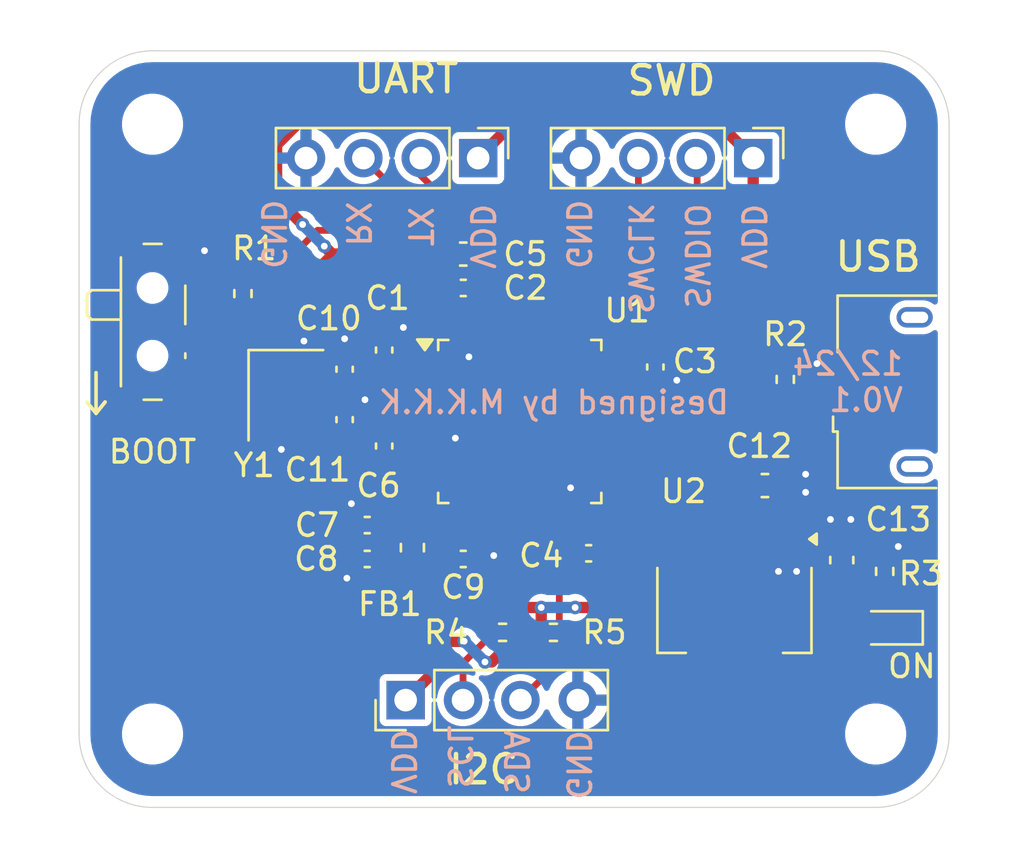
<source format=kicad_pcb>
(kicad_pcb (version 20240108) (generator "pcbnew") (generator_version "8.0")
  (layers (0 "F.Cu" signal) (31 "B.Cu" power) (34 "B.Paste" user) (35 "F.Paste" user) (36 "B.SilkS" user "B.Silkscreen") (37 "F.SilkS" user "F.Silkscreen") (38 "B.Mask" user) (39 "F.Mask" user) (44 "Edge.Cuts" user))
  (net 0 "")
  (net 1 "GND")
  (net 2 "+3.3V")
  (net 3 "+3.3VA")
  (net 4 "/NRST")
  (net 5 "/HSE_IN")
  (net 6 "/HSE_OUT")
  (net 7 "VBUS")
  (net 8 "/PWR_LED_K")
  (net 15 "/USB_D-")
  (net 16 "/USB_D+")
  (net 18 "/SWCLK")
  (net 19 "/SWDIO")
  (net 20 "/USART1_TX")
  (net 21 "/USART1_RX")
  (net 22 "/I2C_SCL")
  (net 23 "/I2C_SDA")
  (net 24 "/SW_BOOT0")
  (net 25 "/BOOT0")
  (footprint "Connector_PinHeader_2.54mm:PinHeader_1x04_P2.54mm_Vertical" (layer "F.Cu") (at 91.2 73 90)
    (property "Reference" "I2C" (hide yes))
    (property "Value" "Conn_01x04_Pin")
    (pad "1" thru_hole rect (at 0 0 90) (size 1.7 1.7) (drill 1) (layers "*.Cu" "*.Mask") (net 2 "+3.3V"))
    (pad "2" thru_hole oval (at 0 2.54 90) (size 1.7 1.7) (drill 1) (layers "*.Cu" "*.Mask") (net 22 "/I2C_SCL"))
    (pad "3" thru_hole oval (at 0 5.08 90) (size 1.7 1.7) (drill 1) (layers "*.Cu" "*.Mask") (net 23 "/I2C_SDA"))
    (pad "4" thru_hole oval (at 0 7.62 90) (size 1.7 1.7) (drill 1) (layers "*.Cu" "*.Mask") (net 1 "GND"))
  )
  (footprint "Capacitor_SMD:C_0402_1005Metric" (layer "F.Cu") (at 102.25 58.25 -90)
    (property "Reference" "C3" (at -0.25 -1.75 180) (layer "F.SilkS") (effects (font (thickness 0.153))))
    (property "Value" "100n")
    (pad "1" smd roundrect (at -0.48 0 270) (size 0.56 0.62) (layers "F.Cu" "F.Paste" "F.Mask") (net 2 "+3.3V"))
    (pad "2" smd roundrect (at 0.48 0 270) (size 0.56 0.62) (layers "F.Cu" "F.Paste" "F.Mask") (net 1 "GND"))
  )
  (footprint "Button_Switch_SMD:SW_SPDT_PCM12" (layer "F.Cu") (at 80.33 56.25 -90)
    (property "Reference" "BOOT" (at 5.75 0.33 0) (layer "F.SilkS") (effects (font (thickness 0.153))))
    (property "Value" "SW_SPDT")
    (pad "" smd rect (at -3.65 -0.78 270) (size 1 0.8) (layers "F.Cu" "F.Paste" "F.Mask"))
    (pad "" smd rect (at -3.65 1.43 270) (size 1 0.8) (layers "F.Cu" "F.Paste" "F.Mask"))
    (pad "" np_thru_hole circle (at -1.5 0.33 270) (size 0.9 0.9) (drill 0.9) (layers "*.Cu" "*.Mask"))
    (pad "" np_thru_hole circle (at 1.5 0.33 270) (size 0.9 0.9) (drill 0.9) (layers "*.Cu" "*.Mask"))
    (pad "" smd rect (at 3.65 -0.78 270) (size 1 0.8) (layers "F.Cu" "F.Paste" "F.Mask"))
    (pad "" smd rect (at 3.65 1.43 270) (size 1 0.8) (layers "F.Cu" "F.Paste" "F.Mask"))
    (pad "1" smd rect (at -2.25 -1.43 270) (size 0.7 1.5) (layers "F.Cu" "F.Paste" "F.Mask") (net 1 "GND"))
    (pad "2" smd rect (at 0.75 -1.43 270) (size 0.7 1.5) (layers "F.Cu" "F.Paste" "F.Mask") (net 24 "/SW_BOOT0"))
    (pad "3" smd rect (at 2.25 -1.43 270) (size 0.7 1.5) (layers "F.Cu" "F.Paste" "F.Mask") (net 2 "+3.3V"))
  )
  (footprint "MountingHole:MountingHole_2.2mm_M2" (layer "F.Cu") (at 80 47.5)
    (property "Reference" "H2" (hide yes))
    (property "Value" "MountingHole")
    (pad "" np_thru_hole circle (at 0 0) (size 2.2 2.2) (drill 2.2) (layers "*.Cu" "*.Mask"))
  )
  (footprint "Capacitor_SMD:C_0402_1005Metric" (layer "F.Cu") (at 90.25 57.5 90)
    (property "Reference" "C1" (at 2.3 0.15 0) (layer "F.SilkS") (effects (font (thickness 0.153))))
    (property "Value" "100n")
    (pad "1" smd roundrect (at -0.48 0 90) (size 0.56 0.62) (layers "F.Cu" "F.Paste" "F.Mask") (net 2 "+3.3V"))
    (pad "2" smd roundrect (at 0.48 0 90) (size 0.56 0.62) (layers "F.Cu" "F.Paste" "F.Mask") (net 1 "GND"))
  )
  (footprint "Capacitor_SMD:C_0402_1005Metric" (layer "F.Cu") (at 93.75 54.75)
    (property "Reference" "C2" (at 2.75 0 0) (layer "F.SilkS") (effects (font (thickness 0.153))))
    (property "Value" "100n")
    (pad "1" smd roundrect (at -0.48 0) (size 0.56 0.62) (layers "F.Cu" "F.Paste" "F.Mask") (net 2 "+3.3V"))
    (pad "2" smd roundrect (at 0.48 0) (size 0.56 0.62) (layers "F.Cu" "F.Paste" "F.Mask") (net 1 "GND"))
  )
  (footprint "LED_SMD:LED_0603_1608Metric" (layer "F.Cu") (at 112.6 69.8 180)
    (property "Reference" "ON" (at -1 -1.7 0) (layer "F.SilkS") (effects (font (thickness 0.153))))
    (property "Value" "GREEN")
    (pad "1" smd roundrect (at -0.7875 0 180) (size 0.875 0.95) (layers "F.Cu" "F.Paste" "F.Mask") (net 8 "/PWR_LED_K"))
    (pad "2" smd roundrect (at 0.7875 0 180) (size 0.875 0.95) (layers "F.Cu" "F.Paste" "F.Mask") (net 2 "+3.3V"))
  )
  (footprint "Capacitor_SMD:C_0603_1608Metric" (layer "F.Cu") (at 93.75 53.25)
    (property "Reference" "C5" (at 2.75 0 0) (layer "F.SilkS") (effects (font (thickness 0.153))))
    (property "Value" "10u")
    (pad "1" smd roundrect (at -0.775 0) (size 0.9 0.95) (layers "F.Cu" "F.Paste" "F.Mask") (net 2 "+3.3V"))
    (pad "2" smd roundrect (at 0.775 0) (size 0.9 0.95) (layers "F.Cu" "F.Paste" "F.Mask") (net 1 "GND"))
  )
  (footprint "Inductor_SMD:L_0603_1608Metric" (layer "F.Cu") (at 91.5 66.25 -90)
    (property "Reference" "FB1" (at 2.5 1 180) (layer "F.SilkS") (effects (font (thickness 0.153))))
    (property "Value" "120R")
    (pad "1" smd roundrect (at -0.7875 0 270) (size 0.875 0.95) (layers "F.Cu" "F.Paste" "F.Mask") (net 3 "+3.3VA"))
    (pad "2" smd roundrect (at 0.7875 0 270) (size 0.875 0.95) (layers "F.Cu" "F.Paste" "F.Mask") (net 2 "+3.3V"))
  )
  (footprint "Capacitor_SMD:C_0402_1005Metric" (layer "F.Cu") (at 93.75 66.75 180)
    (property "Reference" "C9" (at 0 -1.25 180) (layer "F.SilkS") (effects (font (thickness 0.153))))
    (property "Value" "100n")
    (pad "1" smd roundrect (at -0.48 0 180) (size 0.56 0.62) (layers "F.Cu" "F.Paste" "F.Mask") (net 1 "GND"))
    (pad "2" smd roundrect (at 0.48 0 180) (size 0.56 0.62) (layers "F.Cu" "F.Paste" "F.Mask") (net 4 "/NRST"))
  )
  (footprint "Capacitor_SMD:C_0603_1608Metric" (layer "F.Cu") (at 110.5 66.8 90)
    (property "Reference" "C13" (at 1.8 2.5 0) (layer "F.SilkS") (effects (font (thickness 0.153))))
    (property "Value" "10u")
    (pad "1" smd roundrect (at -0.775 0 90) (size 0.9 0.95) (layers "F.Cu" "F.Paste" "F.Mask") (net 2 "+3.3V"))
    (pad "2" smd roundrect (at 0.775 0 90) (size 0.9 0.95) (layers "F.Cu" "F.Paste" "F.Mask") (net 1 "GND"))
  )
  (footprint "Capacitor_SMD:C_0402_1005Metric" (layer "F.Cu") (at 88.5 58.35 90)
    (property "Reference" "C10" (at 2.25 -0.7 0) (layer "F.SilkS") (effects (font (thickness 0.153))))
    (property "Value" "10p")
    (pad "1" smd roundrect (at -0.48 0 90) (size 0.56 0.62) (layers "F.Cu" "F.Paste" "F.Mask") (net 5 "/HSE_IN"))
    (pad "2" smd roundrect (at 0.48 0 90) (size 0.56 0.62) (layers "F.Cu" "F.Paste" "F.Mask") (net 1 "GND"))
  )
  (footprint "Connector_PinHeader_2.54mm:PinHeader_1x04_P2.54mm_Vertical" (layer "F.Cu") (at 94.41 49 -90)
    (property "Reference" "UART" (hide yes))
    (property "Value" "Conn_01x04_Pin")
    (pad "1" thru_hole rect (at 0 0 270) (size 1.7 1.7) (drill 1) (layers "*.Cu" "*.Mask") (net 2 "+3.3V"))
    (pad "2" thru_hole oval (at 0 2.54 270) (size 1.7 1.7) (drill 1) (layers "*.Cu" "*.Mask") (net 20 "/USART1_TX"))
    (pad "3" thru_hole oval (at 0 5.08 270) (size 1.7 1.7) (drill 1) (layers "*.Cu" "*.Mask") (net 21 "/USART1_RX"))
    (pad "4" thru_hole oval (at 0 7.62 270) (size 1.7 1.7) (drill 1) (layers "*.Cu" "*.Mask") (net 1 "GND"))
  )
  (footprint "Connector_USB:USB_Micro-B_Amphenol_10118193-0001LF_Horizontal" (layer "F.Cu") (at 113.725 59.35 90)
    (property "Reference" "J1" (hide yes))
    (property "Value" "USB_B_Micro")
    (pad "1" smd roundrect (at -1.3 -2.675 90) (size 0.4 1.35) (layers "F.Cu" "F.Paste" "F.Mask") (net 7 "VBUS"))
    (pad "2" smd roundrect (at -0.65 -2.675 90) (size 0.4 1.35) (layers "F.Cu" "F.Paste" "F.Mask") (net 15 "/USB_D-"))
    (pad "3" smd roundrect (at 0 -2.675 90) (size 0.4 1.35) (layers "F.Cu" "F.Paste" "F.Mask") (net 16 "/USB_D+"))
    (pad "4" smd roundrect (at 0.65 -2.675 90) (size 0.4 1.35) (layers "F.Cu" "F.Paste" "F.Mask"))
    (pad "5" smd roundrect (at 1.3 -2.675 90) (size 0.4 1.35) (layers "F.Cu" "F.Paste" "F.Mask") (net 1 "GND"))
    (pad "6" thru_hole oval (at -3.3 0 180) (size 1.6 0.9) (drill oval 1.2 0.5) (layers "*.Cu" "*.Mask" "F.Paste"))
    (pad "6" smd roundrect (at -3.2 -2.45 90) (size 1.6 1.4) (layers "F.Cu" "F.Paste" "F.Mask") (roundrect_rratio 0.1785714286))
    (pad "6" smd roundrect (at -1.2 0 90) (size 1.9 1.9) (layers "F.Cu" "F.Paste" "F.Mask") (roundrect_rratio 0.1315789474))
    (pad "6" smd roundrect (at 1.2 0 90) (size 1.9 1.9) (layers "F.Cu" "F.Paste" "F.Mask") (roundrect_rratio 0.1315789474))
    (pad "6" smd roundrect (at 3.2 -2.45 90) (size 1.6 1.4) (layers "F.Cu" "F.Paste" "F.Mask") (roundrect_rratio 0.1785714286))
    (pad "6" thru_hole oval (at 3.3 0 180) (size 1.6 0.9) (drill oval 1.2 0.5) (layers "*.Cu" "*.Mask" "F.Paste"))
  )
  (footprint "Capacitor_SMD:C_0402_1005Metric" (layer "F.Cu") (at 88.5 60.58 90)
    (property "Reference" "C11" (at -2.22 -1.2 0) (layer "F.SilkS") (effects (font (thickness 0.153))))
    (property "Value" "10p")
    (pad "1" smd roundrect (at -0.48 0 90) (size 0.56 0.62) (layers "F.Cu" "F.Paste" "F.Mask") (net 6 "/HSE_OUT"))
    (pad "2" smd roundrect (at 0.48 0 90) (size 0.56 0.62) (layers "F.Cu" "F.Paste" "F.Mask") (net 1 "GND"))
  )
  (footprint "Package_TO_SOT_SMD:SOT-223-3_TabPin2" (layer "F.Cu") (at 105.75 69 -90)
    (property "Reference" "U2" (at -5.25 2.25 180) (layer "F.SilkS") (effects (font (thickness 0.153))))
    (property "Value" "AMS1117-3.3")
    (pad "1" smd roundrect (at -3.15 -2.3 270) (size 2 1.5) (layers "F.Cu" "F.Paste" "F.Mask") (net 1 "GND"))
    (pad "2" smd roundrect (at -3.15 0 270) (size 2 1.5) (layers "F.Cu" "F.Paste" "F.Mask") (net 2 "+3.3V"))
    (pad "2" smd roundrect (at 3.15 0 270) (size 2 3.8) (layers "F.Cu" "F.Paste" "F.Mask") (net 2 "+3.3V"))
    (pad "3" smd roundrect (at -3.15 2.3 270) (size 2 1.5) (layers "F.Cu" "F.Paste" "F.Mask") (net 7 "VBUS"))
  )
  (footprint "MountingHole:MountingHole_2.2mm_M2" (layer "F.Cu") (at 80 74.5)
    (property "Reference" "H3" (hide yes))
    (property "Value" "MountingHole")
    (pad "" np_thru_hole circle (at 0 0) (size 2.2 2.2) (drill 2.2) (layers "*.Cu" "*.Mask"))
  )
  (footprint "Resistor_SMD:R_0402_1005Metric" (layer "F.Cu") (at 95.49 70 180)
    (property "Reference" "R4" (at 2.5 0 180) (layer "F.SilkS") (effects (font (thickness 0.153))))
    (property "Value" "2k2")
    (pad "1" smd roundrect (at -0.51 0 180) (size 0.54 0.64) (layers "F.Cu" "F.Paste" "F.Mask") (net 2 "+3.3V"))
    (pad "2" smd roundrect (at 0.51 0 180) (size 0.54 0.64) (layers "F.Cu" "F.Paste" "F.Mask") (net 22 "/I2C_SCL"))
  )
  (footprint "Connector_PinHeader_2.54mm:PinHeader_1x04_P2.54mm_Vertical" (layer "F.Cu") (at 106.58 49 -90)
    (property "Reference" "DEBUG" (hide yes))
    (property "Value" "Conn_01x04_Pin")
    (pad "1" thru_hole rect (at 0 0 270) (size 1.7 1.7) (drill 1) (layers "*.Cu" "*.Mask") (net 2 "+3.3V"))
    (pad "2" thru_hole oval (at 0 2.54 270) (size 1.7 1.7) (drill 1) (layers "*.Cu" "*.Mask") (net 19 "/SWDIO"))
    (pad "3" thru_hole oval (at 0 5.08 270) (size 1.7 1.7) (drill 1) (layers "*.Cu" "*.Mask") (net 18 "/SWCLK"))
    (pad "4" thru_hole oval (at 0 7.62 270) (size 1.7 1.7) (drill 1) (layers "*.Cu" "*.Mask") (net 1 "GND"))
  )
  (footprint "Capacitor_SMD:C_0603_1608Metric" (layer "F.Cu") (at 107.1 63.5)
    (property "Reference" "C12" (at -0.25 -1.75 0) (layer "F.SilkS") (effects (font (thickness 0.153))))
    (property "Value" "10u")
    (pad "1" smd roundrect (at -0.775 0) (size 0.9 0.95) (layers "F.Cu" "F.Paste" "F.Mask") (net 7 "VBUS"))
    (pad "2" smd roundrect (at 0.775 0) (size 0.9 0.95) (layers "F.Cu" "F.Paste" "F.Mask") (net 1 "GND"))
  )
  (footprint "Capacitor_SMD:C_0402_1005Metric" (layer "F.Cu") (at 99.3 66.5 180)
    (property "Reference" "C4" (at 2.1 -0.1 180) (layer "F.SilkS") (effects (font (thickness 0.153))))
    (property "Value" "100n")
    (pad "1" smd roundrect (at -0.48 0 180) (size 0.56 0.62) (layers "F.Cu" "F.Paste" "F.Mask") (net 2 "+3.3V"))
    (pad "2" smd roundrect (at 0.48 0 180) (size 0.56 0.62) (layers "F.Cu" "F.Paste" "F.Mask") (net 1 "GND"))
  )
  (footprint "Crystal:Crystal_SMD_3225-4Pin_3.2x2.5mm" (layer "F.Cu") (at 85.9 59.5 -90)
    (property "Reference" "Y1" (at 3.1 1.4 180) (layer "F.SilkS") (effects (font (thickness 0.153))))
    (property "Value" "16MHz")
    (pad "1" smd rect (at -1.1 0.85 270) (size 1.4 1.2) (layers "F.Cu" "F.Paste" "F.Mask") (net 5 "/HSE_IN"))
    (pad "2" smd rect (at 1.1 0.85 270) (size 1.4 1.2) (layers "F.Cu" "F.Paste" "F.Mask") (net 1 "GND"))
    (pad "3" smd rect (at 1.1 -0.85 270) (size 1.4 1.2) (layers "F.Cu" "F.Paste" "F.Mask") (net 6 "/HSE_OUT"))
    (pad "4" smd rect (at -1.1 -0.85 270) (size 1.4 1.2) (layers "F.Cu" "F.Paste" "F.Mask") (net 1 "GND"))
  )
  (footprint "Resistor_SMD:R_0402_1005Metric" (layer "F.Cu") (at 108 58.8 -90)
    (property "Reference" "R2" (at -2 0 180) (layer "F.SilkS") (effects (font (thickness 0.153))))
    (property "Value" "1k5")
    (pad "1" smd roundrect (at -0.51 0 270) (size 0.54 0.64) (layers "F.Cu" "F.Paste" "F.Mask") (net 2 "+3.3V"))
    (pad "2" smd roundrect (at 0.51 0 270) (size 0.54 0.64) (layers "F.Cu" "F.Paste" "F.Mask") (net 16 "/USB_D+"))
  )
  (footprint "Resistor_SMD:R_0402_1005Metric" (layer "F.Cu") (at 112.4 67.3 90)
    (property "Reference" "R3" (at -0.1 1.6 0) (layer "F.SilkS") (effects (font (thickness 0.153))))
    (property "Value" "1k5")
    (pad "1" smd roundrect (at -0.51 0 90) (size 0.54 0.64) (layers "F.Cu" "F.Paste" "F.Mask") (net 8 "/PWR_LED_K"))
    (pad "2" smd roundrect (at 0.51 0 90) (size 0.54 0.64) (layers "F.Cu" "F.Paste" "F.Mask") (net 1 "GND"))
  )
  (footprint "Resistor_SMD:R_0402_1005Metric" (layer "F.Cu") (at 97.74 70)
    (property "Reference" "R5" (at 2.26 0 0) (layer "F.SilkS") (effects (font (thickness 0.153))))
    (property "Value" "2k2")
    (pad "1" smd roundrect (at -0.51 0) (size 0.54 0.64) (layers "F.Cu" "F.Paste" "F.Mask") (net 2 "+3.3V"))
    (pad "2" smd roundrect (at 0.51 0) (size 0.54 0.64) (layers "F.Cu" "F.Paste" "F.Mask") (net 23 "/I2C_SDA"))
  )
  (footprint "MountingHole:MountingHole_2.2mm_M2" (layer "F.Cu") (at 112 47.5)
    (property "Reference" "H1" (hide yes))
    (property "Value" "MountingHole")
    (pad "" np_thru_hole circle (at 0 0) (size 2.2 2.2) (drill 2.2) (layers "*.Cu" "*.Mask"))
  )
  (footprint "MountingHole:MountingHole_2.2mm_M2" (layer "F.Cu") (at 112 74.5)
    (property "Reference" "H4" (hide yes))
    (property "Value" "MountingHole")
    (pad "" np_thru_hole circle (at 0 0) (size 2.2 2.2) (drill 2.2) (layers "*.Cu" "*.Mask"))
  )
  (footprint "Capacitor_SMD:C_0402_1005Metric" (layer "F.Cu") (at 89.5 66.75 180)
    (property "Reference" "C8" (at 2.25 0 0) (layer "F.SilkS") (effects (font (thickness 0.153))))
    (property "Value" "1u")
    (pad "1" smd roundrect (at -0.48 0 180) (size 0.56 0.62) (layers "F.Cu" "F.Paste" "F.Mask") (net 2 "+3.3V"))
    (pad "2" smd roundrect (at 0.48 0 180) (size 0.56 0.62) (layers "F.Cu" "F.Paste" "F.Mask") (net 1 "GND"))
  )
  (footprint "Resistor_SMD:R_0402_1005Metric" (layer "F.Cu") (at 84 55 90)
    (property "Reference" "R1" (at 2 0.5 0) (layer "F.SilkS") (effects (font (thickness 0.153))))
    (property "Value" "10k")
    (pad "1" smd roundrect (at -0.51 0 90) (size 0.54 0.64) (layers "F.Cu" "F.Paste" "F.Mask") (net 24 "/SW_BOOT0"))
    (pad "2" smd roundrect (at 0.51 0 90) (size 0.54 0.64) (layers "F.Cu" "F.Paste" "F.Mask") (net 25 "/BOOT0"))
  )
  (footprint "Capacitor_SMD:C_0402_1005Metric" (layer "F.Cu") (at 89.5 65.25 180)
    (property "Reference" "C7" (at 2.23 0 0) (layer "F.SilkS") (effects (font (thickness 0.153))))
    (property "Value" "1u")
    (pad "1" smd roundrect (at -0.48 0 180) (size 0.56 0.62) (layers "F.Cu" "F.Paste" "F.Mask") (net 3 "+3.3VA"))
    (pad "2" smd roundrect (at 0.48 0 180) (size 0.56 0.62) (layers "F.Cu" "F.Paste" "F.Mask") (net 1 "GND"))
  )
  (footprint "Capacitor_SMD:C_0402_1005Metric" (layer "F.Cu") (at 90.25 61.75 90)
    (property "Reference" "C6" (at -1.75 -0.25 0) (layer "F.SilkS") (effects (font (thickness 0.153))))
    (property "Value" "10n")
    (pad "1" smd roundrect (at -0.48 0 90) (size 0.56 0.62) (layers "F.Cu" "F.Paste" "F.Mask") (net 3 "+3.3VA"))
    (pad "2" smd roundrect (at 0.48 0 90) (size 0.56 0.62) (layers "F.Cu" "F.Paste" "F.Mask") (net 1 "GND"))
  )
  (footprint "Package_QFP:LQFP-48_7x7mm_P0.5mm" (layer "F.Cu") (at 96.25 60.6625)
    (property "Reference" "U1" (at 4.75 -4.9125 0) (layer "F.SilkS") (effects (font (thickness 0.153))))
    (property "Value" "STM32F103C8T6")
    (pad "1" smd roundrect (at -4.1625 -2.75) (size 1.475 0.3) (layers "F.Cu" "F.Paste" "F.Mask") (net 2 "+3.3V"))
    (pad "2" smd roundrect (at -4.1625 -2.25) (size 1.475 0.3) (layers "F.Cu" "F.Paste" "F.Mask"))
    (pad "3" smd roundrect (at -4.1625 -1.75) (size 1.475 0.3) (layers "F.Cu" "F.Paste" "F.Mask"))
    (pad "4" smd roundrect (at -4.1625 -1.25) (size 1.475 0.3) (layers "F.Cu" "F.Paste" "F.Mask"))
    (pad "5" smd roundrect (at -4.1625 -0.75) (size 1.475 0.3) (layers "F.Cu" "F.Paste" "F.Mask") (net 5 "/HSE_IN"))
    (pad "6" smd roundrect (at -4.1625 -0.25) (size 1.475 0.3) (layers "F.Cu" "F.Paste" "F.Mask") (net 6 "/HSE_OUT"))
    (pad "7" smd roundrect (at -4.1625 0.25) (size 1.475 0.3) (layers "F.Cu" "F.Paste" "F.Mask") (net 4 "/NRST"))
    (pad "8" smd roundrect (at -4.1625 0.75) (size 1.475 0.3) (layers "F.Cu" "F.Paste" "F.Mask") (net 1 "GND"))
    (pad "9" smd roundrect (at -4.1625 1.25) (size 1.475 0.3) (layers "F.Cu" "F.Paste" "F.Mask") (net 3 "+3.3VA"))
    (pad "10" smd roundrect (at -4.1625 1.75) (size 1.475 0.3) (layers "F.Cu" "F.Paste" "F.Mask"))
    (pad "11" smd roundrect (at -4.1625 2.25) (size 1.475 0.3) (layers "F.Cu" "F.Paste" "F.Mask"))
    (pad "12" smd roundrect (at -4.1625 2.75) (size 1.475 0.3) (layers "F.Cu" "F.Paste" "F.Mask"))
    (pad "13" smd roundrect (at -2.75 4.1625) (size 0.3 1.475) (layers "F.Cu" "F.Paste" "F.Mask"))
    (pad "14" smd roundrect (at -2.25 4.1625) (size 0.3 1.475) (layers "F.Cu" "F.Paste" "F.Mask"))
    (pad "15" smd roundrect (at -1.75 4.1625) (size 0.3 1.475) (layers "F.Cu" "F.Paste" "F.Mask"))
    (pad "16" smd roundrect (at -1.25 4.1625) (size 0.3 1.475) (layers "F.Cu" "F.Paste" "F.Mask"))
    (pad "17" smd roundrect (at -0.75 4.1625) (size 0.3 1.475) (layers "F.Cu" "F.Paste" "F.Mask"))
    (pad "18" smd roundrect (at -0.25 4.1625) (size 0.3 1.475) (layers "F.Cu" "F.Paste" "F.Mask"))
    (pad "19" smd roundrect (at 0.25 4.1625) (size 0.3 1.475) (layers "F.Cu" "F.Paste" "F.Mask"))
    (pad "20" smd roundrect (at 0.75 4.1625) (size 0.3 1.475) (layers "F.Cu" "F.Paste" "F.Mask"))
    (pad "21" smd roundrect (at 1.25 4.1625) (size 0.3 1.475) (layers "F.Cu" "F.Paste" "F.Mask") (net 22 "/I2C_SCL"))
    (pad "22" smd roundrect (at 1.75 4.1625) (size 0.3 1.475) (layers "F.Cu" "F.Paste" "F.Mask") (net 23 "/I2C_SDA"))
    (pad "23" smd roundrect (at 2.25 4.1625) (size 0.3 1.475) (layers "F.Cu" "F.Paste" "F.Mask") (net 1 "GND"))
    (pad "24" smd roundrect (at 2.75 4.1625) (size 0.3 1.475) (layers "F.Cu" "F.Paste" "F.Mask") (net 2 "+3.3V"))
    (pad "25" smd roundrect (at 4.1625 2.75) (size 1.475 0.3) (layers "F.Cu" "F.Paste" "F.Mask"))
    (pad "26" smd roundrect (at 4.1625 2.25) (size 1.475 0.3) (layers "F.Cu" "F.Paste" "F.Mask"))
    (pad "27" smd roundrect (at 4.1625 1.75) (size 1.475 0.3) (layers "F.Cu" "F.Paste" "F.Mask"))
    (pad "28" smd roundrect (at 4.1625 1.25) (size 1.475 0.3) (layers "F.Cu" "F.Paste" "F.Mask"))
    (pad "29" smd roundrect (at 4.1625 0.75) (size 1.475 0.3) (layers "F.Cu" "F.Paste" "F.Mask"))
    (pad "30" smd roundrect (at 4.1625 0.25) (size 1.475 0.3) (layers "F.Cu" "F.Paste" "F.Mask"))
    (pad "31" smd roundrect (at 4.1625 -0.25) (size 1.475 0.3) (layers "F.Cu" "F.Paste" "F.Mask"))
    (pad "32" smd roundrect (at 4.1625 -0.75) (size 1.475 0.3) (layers "F.Cu" "F.Paste" "F.Mask") (net 15 "/USB_D-"))
    (pad "33" smd roundrect (at 4.1625 -1.25) (size 1.475 0.3) (layers "F.Cu" "F.Paste" "F.Mask") (net 16 "/USB_D+"))
    (pad "34" smd roundrect (at 4.1625 -1.75) (size 1.475 0.3) (layers "F.Cu" "F.Paste" "F.Mask") (net 19 "/SWDIO"))
    (pad "35" smd roundrect (at 4.1625 -2.25) (size 1.475 0.3) (layers "F.Cu" "F.Paste" "F.Mask") (net 1 "GND"))
    (pad "36" smd roundrect (at 4.1625 -2.75) (size 1.475 0.3) (layers "F.Cu" "F.Paste" "F.Mask") (net 2 "+3.3V"))
    (pad "37" smd roundrect (at 2.75 -4.1625) (size 0.3 1.475) (layers "F.Cu" "F.Paste" "F.Mask") (net 18 "/SWCLK"))
    (pad "38" smd roundrect (at 2.25 -4.1625) (size 0.3 1.475) (layers "F.Cu" "F.Paste" "F.Mask"))
    (pad "39" smd roundrect (at 1.75 -4.1625) (size 0.3 1.475) (layers "F.Cu" "F.Paste" "F.Mask"))
    (pad "40" smd roundrect (at 1.25 -4.1625) (size 0.3 1.475) (layers "F.Cu" "F.Paste" "F.Mask"))
    (pad "41" smd roundrect (at 0.75 -4.1625) (size 0.3 1.475) (layers "F.Cu" "F.Paste" "F.Mask"))
    (pad "42" smd roundrect (at 0.25 -4.1625) (size 0.3 1.475) (layers "F.Cu" "F.Paste" "F.Mask") (net 20 "/USART1_TX"))
    (pad "43" smd roundrect (at -0.25 -4.1625) (size 0.3 1.475) (layers "F.Cu" "F.Paste" "F.Mask") (net 21 "/USART1_RX"))
    (pad "44" smd roundrect (at -0.75 -4.1625) (size 0.3 1.475) (layers "F.Cu" "F.Paste" "F.Mask") (net 25 "/BOOT0"))
    (pad "45" smd roundrect (at -1.25 -4.1625) (size 0.3 1.475) (layers "F.Cu" "F.Paste" "F.Mask"))
    (pad "46" smd roundrect (at -1.75 -4.1625) (size 0.3 1.475) (layers "F.Cu" "F.Paste" "F.Mask"))
    (pad "47" smd roundrect (at -2.25 -4.1625) (size 0.3 1.475) (layers "F.Cu" "F.Paste" "F.Mask") (net 1 "GND"))
    (pad "48" smd roundrect (at -2.75 -4.1625) (size 0.3 1.475) (layers "F.Cu" "F.Paste" "F.Mask") (net 2 "+3.3V"))
  )
  (gr_line (start 77.9 59.8) (end 77.5 60.3) (stroke (width 0.16)) (layer "F.SilkS"))
  (gr_line (start 77.5 58.5) (end 77.5 60.3) (stroke (width 0.16)) (layer "F.SilkS"))
  (gr_line (start 77.5 60.3) (end 77.9 59.8) (stroke (width 0.16)) (layer "F.SilkS"))
  (gr_line (start 77.5 60.3) (end 77.1 59.8) (stroke (width 0.16)) (layer "F.SilkS"))
  (gr_line (start 112 44.25) (end 80 44.25) (stroke (width 0.05)) (layer "Edge.Cuts"))
  (gr_arc (start 115.25 74.5) (mid 114.298097 76.798097) (end 112 77.75) (stroke (width 0.05)) (layer "Edge.Cuts"))
  (gr_arc (start 80 77.75) (mid 77.701903 76.798097) (end 76.75 74.5) (stroke (width 0.05)) (layer "Edge.Cuts"))
  (gr_arc (start 112 44.25) (mid 114.298097 45.201903) (end 115.25 47.5) (stroke (width 0.05)) (layer "Edge.Cuts"))
  (gr_line (start 115.25 47.5) (end 115.25 74.5) (stroke (width 0.05)) (layer "Edge.Cuts"))
  (gr_arc (start 76.75 47.5) (mid 77.701903 45.201903) (end 80 44.25) (stroke (width 0.05)) (layer "Edge.Cuts"))
  (gr_line (start 112 77.75) (end 80 77.75) (stroke (width 0.05)) (layer "Edge.Cuts"))
  (gr_line (start 76.75 74.5) (end 76.75 47.5) (stroke (width 0.05)) (layer "Edge.Cuts"))
  (gr_text "VDD" (at 94 54 -90) (layer "B.SilkS") (effects (font (size 1 1) (thickness 0.16)) (justify left bottom mirror)))
  (gr_text "12/24\nV0.1" (at 113.3 60.3 0) (layer "B.SilkS") (effects (font (size 1 1) (thickness 0.16)) (justify left bottom mirror)))
  (gr_text "Designed by M.K.K.K" (at 105.6 60.4 0) (layer "B.SilkS") (effects (font (size 1 1) (thickness 0.16)) (justify left bottom mirror)))
  (gr_text "SWCLK" (at 101 56 270) (layer "B.SilkS") (effects (font (size 1 1) (thickness 0.16)) (justify left bottom mirror)))
  (gr_text "GND" (at 98.25 77.5 270) (layer "B.SilkS") (effects (font (size 1 1) (thickness 0.16)) (justify left bottom mirror)))
  (gr_text "GND" (at 84.75 54 270) (layer "B.SilkS") (effects (font (size 1 1) (thickness 0.16)) (justify left bottom mirror)))
  (gr_text "GND" (at 98.25 54 270) (layer "B.SilkS") (effects (font (size 1 1) (thickness 0.16)) (justify left bottom mirror)))
  (gr_text "VDD" (at 90.5 77.25 -90) (layer "B.SilkS") (effects (font (size 1 1) (thickness 0.16)) (justify left bottom mirror)))
  (gr_text "SWDIO" (at 103.5 55.75 270) (layer "B.SilkS") (effects (font (size 1 1) (thickness 0.16)) (justify left bottom mirror)))
  (gr_text "RX" (at 88.5 53 270) (layer "B.SilkS") (effects (font (size 1 1) (thickness 0.16)) (justify left bottom mirror)))
  (gr_text "TX" (at 91.25 53 270) (layer "B.SilkS") (effects (font (size 1 1) (thickness 0.16)) (justify left bottom mirror)))
  (gr_text "SDA" (at 95.5 77.25 270) (layer "B.SilkS") (effects (font (size 1 1) (thickness 0.16)) (justify left bottom mirror)))
  (gr_text "SCL" (at 93 77 270) (layer "B.SilkS") (effects (font (size 1 1) (thickness 0.16)) (justify left bottom mirror)))
  (gr_text "VDD" (at 106 54 -90) (layer "B.SilkS") (effects (font (size 1 1) (thickness 0.16)) (justify left bottom mirror)))
  (gr_text "UART" (at 88.8 46.2 0) (layer "F.SilkS") (effects (font (size 1.25 1.25) (thickness 0.2)) (justify left bottom)))
  (gr_text "SWD" (at 100.9 46.3 0) (layer "F.SilkS") (effects (font (size 1.25 1.25) (thickness 0.2)) (justify left bottom)))
  (gr_text "USB" (at 110.1 54.1 0) (layer "F.SilkS") (effects (font (size 1.25 1.25) (thickness 0.2)) (justify left bottom)))
  (gr_text "I2C" (at 93 76.8 0) (layer "F.SilkS") (effects (font (size 1.25 1.25) (thickness 0.2)) (justify left bottom)))
  (segment (start 82.3 53.46) (end 82.3 53.1) (width 0.5) (layer "F.Cu") (net 1))
  (segment (start 94.23 55.42938) (end 94.23 54.75) (width 0.3) (layer "F.Cu") (net 1))
  (segment (start 85.05 60.6) (end 85.05 61.25) (width 0.5) (layer "F.Cu") (net 1))
  (segment (start 100.4125 58.4125) (end 101.4125 58.4125) (width 0.3) (layer "F.Cu") (net 1))
  (segment (start 94.23 54.52) (end 94.525 54.225) (width 0.3) (layer "F.Cu") (net 1))
  (segment (start 94.525 54.225) (end 94.525 53.25) (width 0.3) (layer "F.Cu") (net 1))
  (segment (start 89.02 65.25) (end 89.02 64.52) (width 0.5) (layer "F.Cu") (net 1))
  (segment (start 89 60.1) (end 89.4 59.7) (width 0.5) (layer "F.Cu") (net 1))
  (segment (start 92.0875 61.4125) (end 93.3875 61.4125) (width 0.3) (layer "F.Cu") (net 1))
  (segment (start 112.4 66.79) (end 112.41 66.79) (width 0.5) (layer "F.Cu") (net 1))
  (segment (start 88.5 60.1) (end 89 60.1) (width 0.5) (layer "F.Cu") (net 1))
  (segment (start 103.2 58.9) (end 103.2 58.8375) (width 0.3) (layer "F.Cu") (net 1))
  (segment (start 93.3875 61.4125) (end 93.4 61.4) (width 0.3) (layer "F.Cu") (net 1))
  (segment (start 94 56.5) (end 94 55.65938) (width 0.3) (layer "F.Cu") (net 1))
  (segment (start 86.75 57.15) (end 86.7 57.1) (width 0.5) (layer "F.Cu") (net 1))
  (segment (start 109.45 58.05) (end 109.4 58.1) (width 0.5) (layer "F.Cu") (net 1))
  (segment (start 101.4125 58.4125) (end 101.73 58.73) (width 0.3) (layer "F.Cu") (net 1))
  (segment (start 94.23 66.75) (end 94.95 66.75) (width 0.5) (layer "F.Cu") (net 1))
  (segment (start 94 56.5) (end 94 57.8) (width 0.3) (layer "F.Cu") (net 1))
  (segment (start 89.02 67.18) (end 88.6 67.6) (width 0.5) (layer "F.Cu") (net 1))
  (segment (start 94.23 54.75) (end 94.23 54.52) (width 0.3) (layer "F.Cu") (net 1))
  (segment (start 91 61.4125) (end 92.0875 61.4125) (width 0.3) (layer "F.Cu") (net 1))
  (segment (start 81.76 54) (end 82.3 53.46) (width 0.5) (layer "F.Cu") (net 1))
  (segment (start 90.58 57.02) (end 91.1 56.5) (width 0.5) (layer "F.Cu") (net 1))
  (segment (start 112.41 66.79) (end 113 66.2) (width 0.5) (layer "F.Cu") (net 1))
  (segment (start 111.05 58.05) (end 109.45 58.05) (width 0.5) (layer "F.Cu") (net 1))
  (segment (start 101.73 58.73) (end 102.25 58.73) (width 0.3) (layer "F.Cu") (net 1))
  (segment (start 90.25 61.27) (end 90.8575 61.27) (width 0.3) (layer "F.Cu") (net 1))
  (segment (start 89.02 66.75) (end 89.02 67.18) (width 0.5) (layer "F.Cu") (net 1))
  (segment (start 98.82 66.12) (end 98.82 66.5) (width 0.3) (layer "F.Cu") (net 1))
  (segment (start 89.02 64.52) (end 88.8 64.3) (width 0.5) (layer "F.Cu") (net 1))
  (segment (start 103.03 58.73) (end 103.2 58.9) (width 0.3) (layer "F.Cu") (net 1))
  (segment (start 98.5 65.8) (end 98.82 66.12) (width 0.3) (layer "F.Cu") (net 1))
  (segment (start 94 55.65938) (end 94.23 55.42938) (width 0.3) (layer "F.Cu") (net 1))
  (segment (start 86.75 58.4) (end 86.75 57.15) (width 0.5) (layer "F.Cu") (net 1))
  (segment (start 94.95 66.75) (end 95.1 66.6) (width 0.5) (layer "F.Cu") (net 1))
  (segment (start 98.5 64.825) (end 98.5 63.6) (width 0.3) (layer "F.Cu") (net 1))
  (segment (start 98.5 64.825) (end 98.5 65.8) (width 0.3) (layer "F.Cu") (net 1))
  (segment (start 88.5 57.87) (end 88.5 57) (width 0.5) (layer "F.Cu") (net 1))
  (segment (start 90.8575 61.27) (end 91 61.4125) (width 0.3) (layer "F.Cu") (net 1))
  (segment (start 102.25 58.73) (end 103.03 58.73) (width 0.3) (layer "F.Cu") (net 1))
  (segment (start 85.05 61.25) (end 85.7 61.9) (width 0.5) (layer "F.Cu") (net 1))
  (segment (start 102.23 58.75) (end 102.25 58.73) (width 0.3) (layer "F.Cu") (net 1))
  (segment (start 90.25 57.02) (end 90.58 57.02) (width 0.5) (layer "F.Cu") (net 1))
  (via (at 88.5 57) (size 0.6) (drill 0.3) (layers "F.Cu" "B.Cu") (net 1))
  (via (at 94 57.8) (size 0.6) (drill 0.3) (layers "F.Cu" "B.Cu") (net 1))
  (via (at 82.3 53.1) (size 0.6) (drill 0.3) (layers "F.Cu" "B.Cu") (net 1))
  (via (at 88.8 64.3) (size 0.6) (drill 0.3) (layers "F.Cu" "B.Cu") (net 1))
  (via (at 91.1 56.5) (size 0.6) (drill 0.3) (layers "F.Cu" "B.Cu") (net 1))
  (via (at 85.7 61.9) (size 0.6) (drill 0.3) (layers "F.Cu" "B.Cu") (net 1))
  (via (at 86.7 57.1) (size 0.6) (drill 0.3) (layers "F.Cu" "B.Cu") (net 1))
  (via (at 108.9 63.8) (size 0.6) (drill 0.3) (layers "F.Cu" "B.Cu") (net 1))
  (via (at 93.4 61.4) (size 0.6) (drill 0.3) (layers "F.Cu" "B.Cu") (net 1))
  (via (at 107.7 67.3) (size 0.6) (drill 0.3) (layers "F.Cu" "B.Cu") (net 1))
  (via (at 88.6 67.6) (size 0.6) (drill 0.3) (layers "F.Cu" "B.Cu") (net 1))
  (via (at 95.1 66.6) (size 0.6) (drill 0.3) (layers "F.Cu" "B.Cu") (net 1))
  (via (at 109.4 58.1) (size 0.6) (drill 0.3) (layers "F.Cu" "B.Cu") (net 1))
  (via (at 103.2 58.8375) (size 0.6) (drill 0.3) (layers "F.Cu" "B.Cu") (net 1))
  (via (at 98.5 63.6) (size 0.6) (drill 0.3) (layers "F.Cu" "B.Cu") (net 1))
  (via (at 108.5 67.3) (size 0.6) (drill 0.3) (layers "F.Cu" "B.Cu") (net 1))
  (via (at 110 65) (size 0.6) (drill 0.3) (layers "F.Cu" "B.Cu") (net 1))
  (via (at 89.4 59.7) (size 0.6) (drill 0.3) (layers "F.Cu" "B.Cu") (net 1))
  (via (at 108.9 63) (size 0.6) (drill 0.3) (layers "F.Cu" "B.Cu") (net 1))
  (via (at 110.9 65) (size 0.6) (drill 0.3) (layers "F.Cu" "B.Cu") (net 1))
  (via (at 113 66.2) (size 0.6) (drill 0.3) (layers "F.Cu" "B.Cu") (net 1))
  (segment (start 110.5 71.6) (end 107.6 74.5) (width 0.5) (layer "F.Cu") (net 2))
  (segment (start 107.6 74.5) (end 101.9 74.5) (width 0.5) (layer "F.Cu") (net 2))
  (segment (start 106.58 49) (end 106.58 54.62) (width 0.5) (layer "F.Cu") (net 2))
  (segment (start 92 53.25) (end 92 57.8125) (width 0.5) (layer "F.Cu") (net 2))
  (segment (start 86.64038 51.94038) (end 85.49 50.79) (width 0.5) (layer "F.Cu") (net 2))
  (segment (start 88 53.25) (end 87.95 53.25) (width 0.5) (layer "F.Cu") (net 2))
  (segment (start 97.2 68.9) (end 96.4 68.9) (width 0.5) (layer "F.Cu") (net 2))
  (segment (start 88 53.25) (end 92 53.25) (width 0.5) (layer "F.Cu") (net 2))
  (segment (start 92.7 69.9) (end 88.7 69.9) (width 0.5) (layer "F.Cu") (net 2))
  (segment (start 87.95 53.25) (end 87.6 52.9) (width 0.5) (layer "F.Cu") (net 2))
  (segment (start 82 58.5) (end 81.76 58.5) (width 0.5) (layer "F.Cu") (net 2))
  (segment (start 101.1 73.7) (end 101.1 68.9) (width 0.5) (layer "F.Cu") (net 2))
  (segment (start 90.25 57.98) (end 90.3175 57.9125) (width 0.3) (layer "F.Cu") (net 2))
  (segment (start 92.8 70) (end 92.8 68.6) (width 0.5) (layer "F.Cu") (net 2))
  (segment (start 95.010379 71.30962) (end 94.70962 71.30962) (width 0.5) (layer "F.Cu") (net 2))
  (segment (start 104.48 46.9) (end 106.58 49) (width 0.5) (layer "F.Cu") (net 2))
  (segment (start 82.9 64.1) (end 82.9 59.4) (width 0.5) (layer "F.Cu") (net 2))
  (segment (start 92.8 71.5) (end 92.7 71.5) (width 0.5) (layer "F.Cu") (net 2))
  (segment (start 82.9 59.4) (end 82.9 58.35) (width 0.5) (layer "F.Cu") (net 2))
  (segment (start 96.5 46.9) (end 104.48 46.9) (width 0.5) (layer "F.Cu") (net 2))
  (segment (start 99 65.592894) (end 99.78 66.372894) (width 0.3) (layer "F.Cu") (net 2))
  (segment (start 92.8 70) (end 92.7 69.9) (width 0.5) (layer "F.Cu") (net 2))
  (segment (start 100.4125 57.9125) (end 101.2875 57.9125) (width 0.3) (layer "F.Cu") (net 2))
  (segment (start 96 69.3) (end 96 70) (width 0.5) (layer "F.Cu") (net 2))
  (segment (start 100.1 66.5) (end 99.78 66.5) (width 0.5) (layer "F.Cu") (net 2))
  (segment (start 93.5 55.5) (end 93.27 55.27) (width 0.3) (layer "F.Cu") (net 2))
  (segment (start 92.7 71.5) (end 91.2 73) (width 0.5) (layer "F.Cu") (net 2))
  (segment (start 85.49 50.79) (end 85.49 48.41) (width 0.5) (layer "F.Cu") (net 2))
  (segment (start 92.8 70.4) (end 92.8 70) (width 0.5) (layer "F.Cu") (net 2))
  (segment (start 90.3175 57.9125) (end 92.0875 57.9125) (width 0.3) (layer "F.Cu") (net 2))
  (segment (start 88.7 69.9) (end 82.9 64.1) (width 0.5) (layer "F.Cu") (net 2))
  (segment (start 92.975 54.225) (end 92.975 53.25) (width 0.3) (layer "F.Cu") (net 2))
  (segment (start 94.41 49) (end 94.41 48.99) (width 0.5) (layer "F.Cu") (net 2))
  (segment (start 97.2 69.97) (end 97.23 70) (width 0.5) (layer "F.Cu") (net 2))
  (segment (start 110.5 67.575) (end 110.5 71.6) (width 0.5) (layer "F.Cu") (net 2))
  (segment (start 82.9 58.35) (end 88 53.25) (width 0.5) (layer "F.Cu") (net 2))
  (segment (start 93.78076 70.4) (end 92.8 70.4) (width 0.5) (layer "F.Cu") (net 2))
  (segment (start 92.8 68.6) (end 91.5 67.3) (width 0.5) (layer "F.Cu") (net 2))
  (segment (start 91.5 67.3) (end 91.5 67.0375) (width 0.5) (layer "F.Cu") (net 2))
  (segment (start 99.78 66.372894) (end 99.78 66.5) (width 0.3) (layer "F.Cu") (net 2))
  (segment (start 93.5 56.5) (end 93.5 55.5) (width 0.3) (layer "F.Cu") (net 2))
  (segment (start 107.39 58.29) (end 108 58.29) (width 0.5) (layer "F.Cu") (net 2))
  (segment (start 97.2 68.9) (end 97.2 69.97) (width 0.5) (layer "F.Cu") (net 2))
  (segment (start 99 64.825) (end 99 65.592894) (width 0.3) (layer "F.Cu") (net 2))
  (segment (start 93.27 54.75) (end 93.27 54.52) (width 0.3) (layer "F.Cu") (net 2))
  (segment (start 93.27 55.27) (end 93.27 54.75) (width 0.3) (layer "F.Cu") (net 2))
  (segment (start 101.43 57.77) (end 102.25 57.77) (width 0.3) (layer "F.Cu") (net 2))
  (segment (start 110.5 67.575) (end 110.5 68.4875) (width 0.5) (layer "F.Cu") (net 2))
  (segment (start 96 70.319999) (end 96 70) (width 0.5) (layer "F.Cu") (net 2))
  (segment (start 110.5 68.4875) (end 111.8125 69.8) (width 0.5) (layer "F.Cu") (net 2))
  (segment (start 106.58 54.62) (end 106.58 57.48) (width 0.5) (layer "F.Cu") (net 2))
  (segment (start 103.43 57.77) (end 102.25 57.77) (width 0.5) (layer "F.Cu") (net 2))
  (segment (start 101.1 68.9) (end 98.7 68.9) (width 0.5) (layer "F.Cu") (net 2))
  (segment (start 101.9 74.5) (end 101.1 73.7) (width 0.5) (layer "F.Cu") (net 2))
  (segment (start 101.2875 57.9125) (end 101.43 57.77) (width 0.3) (layer "F.Cu") (net 2))
  (segment (start 85.49 48.41) (end 87 46.9) (width 0.5) (layer "F.Cu") (net 2))
  (segment (start 95.010379 71.30962) (end 96 70.319999) (width 0.5) (layer "F.Cu") (net 2))
  (segment (start 82.9 59.4) (end 82 58.5) (width 0.5) (layer "F.Cu") (net 2))
  (segment (start 92 57.8125) (end 92.0875 57.8125) (width 0.5) (layer "F.Cu") (net 2))
  (segment (start 101.1 67.5) (end 100.1 66.5) (width 0.5) (layer "F.Cu") (net 2))
  (segment (start 94.41 48.99) (end 96.5 46.9) (width 0.5) (layer "F.Cu") (net 2))
  (segment (start 106.58 54.62) (end 103.43 57.77) (width 0.5) (layer "F.Cu") (net 2))
  (segment (start 87 46.9) (end 96.5 46.9) (width 0.5) (layer "F.Cu") (net 2))
  (segment (start 92.8 71.5) (end 92.8 70.4) (width 0.5) (layer "F.Cu") (net 2))
  (segment (start 93.79038 70.39038) (end 93.78076 70.4) (width 0.5) (layer "F.Cu") (net 2))
  (segment (start 92 53.25) (end 92.975 53.25) (width 0.5) (layer "F.Cu") (net 2))
  (segment (start 90.2675 67.0375) (end 89.98 66.75) (width 0.5) (layer "F.Cu") (net 2))
  (segment (start 96.4 68.9) (end 96 69.3) (width 0.5) (layer "F.Cu") (net 2))
  (segment (start 93.27 54.52) (end 92.975 54.225) (width 0.3) (layer "F.Cu") (net 2))
  (segment (start 91.5 67.0375) (end 90.2675 67.0375) (width 0.5) (layer "F.Cu") (net 2))
  (segment (start 106.58 57.48) (end 107.39 58.29) (width 0.5) (layer "F.Cu") (net 2))
  (segment (start 101.1 68.9) (end 101.1 67.5) (width 0.5) (layer "F.Cu") (net 2))
  (via (at 98.7 68.9) (size 0.6) (drill 0.3) (layers "F.Cu" "B.Cu") (net 2))
  (via (at 87.6 52.9) (size 0.6) (drill 0.3) (layers "F.Cu" "B.Cu") (net 2))
  (via (at 86.64038 51.94038) (size 0.6) (drill 0.3) (layers "F.Cu" "B.Cu") (net 2))
  (via (at 93.79038 70.39038) (size 0.6) (drill 0.3) (layers "F.Cu" "B.Cu") (net 2))
  (via (at 97.2 68.9) (size 0.6) (drill 0.3) (layers "F.Cu" "B.Cu") (net 2))
  (via (at 94.70962 71.30962) (size 0.6) (drill 0.3) (layers "F.Cu" "B.Cu") (net 2))
  (segment (start 94.70962 71.30962) (end 93.79038 70.39038) (width 0.5) (layer "B.Cu") (net 2))
  (segment (start 98.7 68.9) (end 97.2 68.9) (width 0.5) (layer "B.Cu") (net 2))
  (segment (start 86.7 52) (end 86.64038 51.94038) (width 0.5) (layer "B.Cu") (net 2))
  (segment (start 87.6 52.9) (end 86.7 52) (width 0.5) (layer "B.Cu") (net 2))
  (segment (start 90.25 62.45) (end 89.98 62.72) (width 0.3) (layer "F.Cu") (net 3))
  (segment (start 91.0875 61.9125) (end 90.77 62.23) (width 0.3) (layer "F.Cu") (net 3))
  (segment (start 91.2875 65.25) (end 91.5 65.4625) (width 0.5) (layer "F.Cu") (net 3))
  (segment (start 89.98 62.72) (end 89.98 65.25) (width 0.3) (layer "F.Cu") (net 3))
  (segment (start 90.77 62.23) (end 90.25 62.23) (width 0.3) (layer "F.Cu") (net 3))
  (segment (start 89.98 65.25) (end 91.2875 65.25) (width 0.5) (layer "F.Cu") (net 3))
  (segment (start 92.0875 61.9125) (end 91.0875 61.9125) (width 0.3) (layer "F.Cu") (net 3))
  (segment (start 90.25 62.23) (end 90.25 62.45) (width 0.3) (layer "F.Cu") (net 3))
  (segment (start 94.05 61.130761) (end 94.05 62.79062) (width 0.3) (layer "F.Cu") (net 4))
  (segment (start 93.669239 60.75) (end 94.05 61.130761) (width 0.3) (layer "F.Cu") (net 4))
  (segment (start 92.968261 60.9125) (end 93.130761 60.75) (width 0.3) (layer "F.Cu") (net 4))
  (segment (start 92.0875 60.9125) (end 92.968261 60.9125) (width 0.3) (layer "F.Cu") (net 4))
  (segment (start 92.9 63.94062) (end 92.9 66.38) (width 0.3) (layer "F.Cu") (net 4))
  (segment (start 92.9 66.38) (end 93.27 66.75) (width 0.3) (layer "F.Cu") (net 4))
  (segment (start 94.05 62.79062) (end 92.9 63.94062) (width 0.3) (layer "F.Cu") (net 4))
  (segment (start 93.130761 60.75) (end 93.669239 60.75) (width 0.3) (layer "F.Cu") (net 4))
  (segment (start 85.05 58.5) (end 85.05 58.4) (width 0.3) (layer "F.Cu") (net 5))
  (segment (start 87.88 59.45) (end 86 59.45) (width 0.3) (layer "F.Cu") (net 5))
  (segment (start 86 59.45) (end 85.05 58.5) (width 0.3) (layer "F.Cu") (net 5))
  (segment (start 92.0875 59.9125) (end 91.24688 59.9125) (width 0.3) (layer "F.Cu") (net 5))
  (segment (start 90.16438 58.83) (end 88.5 58.83) (width 0.3) (layer "F.Cu") (net 5))
  (segment (start 88.5 58.83) (end 87.88 59.45) (width 0.3) (layer "F.Cu") (net 5))
  (segment (start 91.24688 59.9125) (end 90.16438 58.83) (width 0.3) (layer "F.Cu") (net 5))
  (segment (start 89.19 61.06) (end 88.5 61.06) (width 0.3) (layer "F.Cu") (net 6))
  (segment (start 87.21 61.06) (end 86.75 60.6) (width 0.3) (layer "F.Cu") (net 6))
  (segment (start 89.8375 60.4125) (end 89.19 61.06) (width 0.3) (layer "F.Cu") (net 6))
  (segment (start 92.0875 60.4125) (end 89.8375 60.4125) (width 0.3) (layer "F.Cu") (net 6))
  (segment (start 88.5 61.06) (end 87.21 61.06) (width 0.3) (layer "F.Cu") (net 6))
  (segment (start 113.3875 68.8875) (end 113.3875 69.8) (width 0.5) (layer "F.Cu") (net 8))
  (segment (start 112.4 67.81) (end 112.4 67.9) (width 0.5) (layer "F.Cu") (net 8))
  (segment (start 112.4 67.9) (end 113.3875 68.8875) (width 0.5) (layer "F.Cu") (net 8))
  (segment (start 101.543751 59.8875) (end 110.7 59.8875) (width 0.2) (layer "F.Cu") (net 15))
  (segment (start 100.4125 59.9125) (end 101.518751 59.9125) (width 0.2) (layer "F.Cu") (net 15))
  (segment (start 101.518751 59.9125) (end 101.543751 59.8875) (width 0.2) (layer "F.Cu") (net 15))
  (segment (start 101.543751 59.4375) (end 110.7 59.4375) (width 0.2) (layer "F.Cu") (net 16))
  (segment (start 101.518751 59.4125) (end 101.543751 59.4375) (width 0.2) (layer "F.Cu") (net 16))
  (segment (start 100.4125 59.4125) (end 101.518751 59.4125) (width 0.2) (layer "F.Cu") (net 16))
  (segment (start 99 56.5) (end 99 53.4) (width 0.3) (layer "F.Cu") (net 18))
  (segment (start 101.5 50.9) (end 101.5 49) (width 0.3) (layer "F.Cu") (net 18))
  (segment (start 99 53.4) (end 101.5 50.9) (width 0.3) (layer "F.Cu") (net 18))
  (segment (start 104.1 49.06) (end 104.04 49) (width 0.3) (layer "F.Cu") (net 19))
  (segment (start 100.4125 58.9125) (end 99.57188 58.9125) (width 0.3) (layer "F.Cu") (net 19))
  (segment (start 99.57188 58.9125) (end 99.325 58.66562) (width 0.3) (layer "F.Cu") (net 19))
  (segment (start 99.325 57.625) (end 104.1 52.85) (width 0.3) (layer "F.Cu") (net 19))
  (segment (start 104.1 52.85) (end 104.1 49.06) (width 0.3) (layer "F.Cu") (net 19))
  (segment (start 99.325 58.66562) (end 99.325 57.625) (width 0.3) (layer "F.Cu") (net 19))
  (segment (start 96.5 55.65938) (end 97.3 54.85938) (width 0.3) (layer "F.Cu") (net 20))
  (segment (start 92.9 50.8) (end 91.87 49.77) (width 0.3) (layer "F.Cu") (net 20))
  (segment (start 95.9 50.8) (end 92.9 50.8) (width 0.3) (layer "F.Cu") (net 20))
  (segment (start 96.5 56.5) (end 96.5 55.65938) (width 0.3) (layer "F.Cu") (net 20))
  (segment (start 97.3 54.85938) (end 97.3 52.2) (width 0.3) (layer "F.Cu") (net 20))
  (segment (start 91.87 49.77) (end 91.87 49) (width 0.3) (layer "F.Cu") (net 20))
  (segment (start 97.3 52.2) (end 95.9 50.8) (width 0.3) (layer "F.Cu") (net 20))
  (segment (start 96.5 54.9) (end 96 55.4) (width 0.3) (layer "F.Cu") (net 21))
  (segment (start 95.3 51.4) (end 96.5 52.6) (width 0.3) (layer "F.Cu") (net 21))
  (segment (start 96 55.4) (end 96 56.5) (width 0.3) (layer "F.Cu") (net 21))
  (segment (start 91.73 51.4) (end 95.3 51.4) (width 0.3) (layer "F.Cu") (net 21))
  (segment (start 96.5 52.6) (end 96.5 54.9) (width 0.3) (layer "F.Cu") (net 21))
  (segment (start 89.33 49) (end 91.73 51.4) (width 0.3) (layer "F.Cu") (net 21))
  (segment (start 97.5 64.825) (end 97.5 65.66562) (width 0.3) (layer "F.Cu") (net 22))
  (segment (start 93.74 71.36) (end 93.74 73) (width 0.3) (layer "F.Cu") (net 22))
  (segment (start 97.5 65.66562) (end 94.98 68.18562) (width 0.3) (layer "F.Cu") (net 22))
  (segment (start 94.98 70) (end 94.98 70.12) (width 0.3) (layer "F.Cu") (net 22))
  (segment (start 94.98 70.12) (end 93.74 71.36) (width 0.3) (layer "F.Cu") (net 22))
  (segment (start 94.98 68.18562) (end 94.98 70) (width 0.3) (layer "F.Cu") (net 22))
  (segment (start 98 69.75) (end 98.25 70) (width 0.3) (layer "F.Cu") (net 23))
  (segment (start 98.25 70) (end 98.25 71.03) (width 0.3) (layer "F.Cu") (net 23))
  (segment (start 98.25 71.03) (end 96.28 73) (width 0.3) (layer "F.Cu") (net 23))
  (segment (start 98 64.825) (end 98 69.75) (width 0.3) (layer "F.Cu") (net 23))
  (segment (start 84 55.5) (end 82.5 57) (width 0.3) (layer "F.Cu") (net 24))
  (segment (start 82.5 57) (end 81.76 57) (width 0.3) (layer "F.Cu") (net 24))
  (segment (start 84 55.51) (end 84 55.5) (width 0.3) (layer "F.Cu") (net 24))
  (segment (start 95.15 52.2) (end 87.3 52.2) (width 0.3) (layer "F.Cu") (net 25))
  (segment (start 95.5 56.5) (end 95.5 55.192894) (width 0.3) (layer "F.Cu") (net 25))
  (segment (start 85.01 54.49) (end 84 54.49) (width 0.3) (layer "F.Cu") (net 25))
  (segment (start 95.5 55.192894) (end 95.8 54.892894) (width 0.3) (layer "F.Cu") (net 25))
  (segment (start 95.8 52.85) (end 95.15 52.2) (width 0.3) (layer "F.Cu") (net 25))
  (segment (start 95.8 54.892894) (end 95.8 52.85) (width 0.3) (layer "F.Cu") (net 25))
  (segment (start 87.3 52.2) (end 85.01 54.49) (width 0.3) (layer "F.Cu") (net 25))
  (zone (net 2) (net_name "+3.3V") (layer "F.Cu") (priority 3) (connect_pads yes (clearance 0.3)) (min_thickness 0.25) (fill yes (thermal_gap 0.5) (thermal_bridge_width 0.5))
    (polygon (pts (xy 104.9 64.8) (xy 106.6 64.8) (xy 106.6 70.7) (xy 107.7 70.7) (xy 109.6 68.5) (xy 109.6 67.1) (xy 111.1 67.1) (xy 111.1 68.2) (xy 107.9 72.2) (xy 107.9 73.3) (xy 103.7 73.3) (xy 103.7 70.6) (xy 104.9 70.6)))
  )
  (zone (net 7) (net_name "VBUS") (layer "F.Cu") (priority 2) (connect_pads yes (clearance 0.3)) (min_thickness 0.25) (fill yes (thermal_gap 0.5) (thermal_bridge_width 0.5))
    (polygon (pts (xy 111.9 60.4) (xy 111.9 61) (xy 106.9 61) (xy 106.9 64.2) (xy 104.2 64.2) (xy 104.2 67) (xy 102.7 67) (xy 102.8 64.1) (xy 104.6 62.7) (xy 105.6 62.7) (xy 105.6 60.4)))
  )
  (zone (net 1) (net_name "GND") (layer "F.Cu") (priority 1) (connect_pads yes (clearance 0.3)) (min_thickness 0.25) (fill yes (thermal_gap 0.5) (thermal_bridge_width 0.5))
    (polygon (pts (xy 107.25 63.25) (xy 107.75 62.5) (xy 109 62.5) (xy 109.5 63) (xy 109.5 64) (xy 109.75 64.5) (xy 111 64.5) (xy 111.5 65) (xy 111.5 66.25) (xy 111.25 66.75) (xy 109.75 66.75) (xy 109.25 67) (xy 109.25 67.75) (xy 107.25 67.75)))
  )
  (zone (net 1) (net_name "GND") (layer "B.Cu") (connect_pads (clearance 0.3)) (min_thickness 0.25) (fill yes (thermal_gap 0.5) (thermal_bridge_width 0.5))
    (polygon (pts (xy 73.75 42) (xy 117.25 42) (xy 117.25 78.75) (xy 73.25 78.25)))
  )
)
</source>
